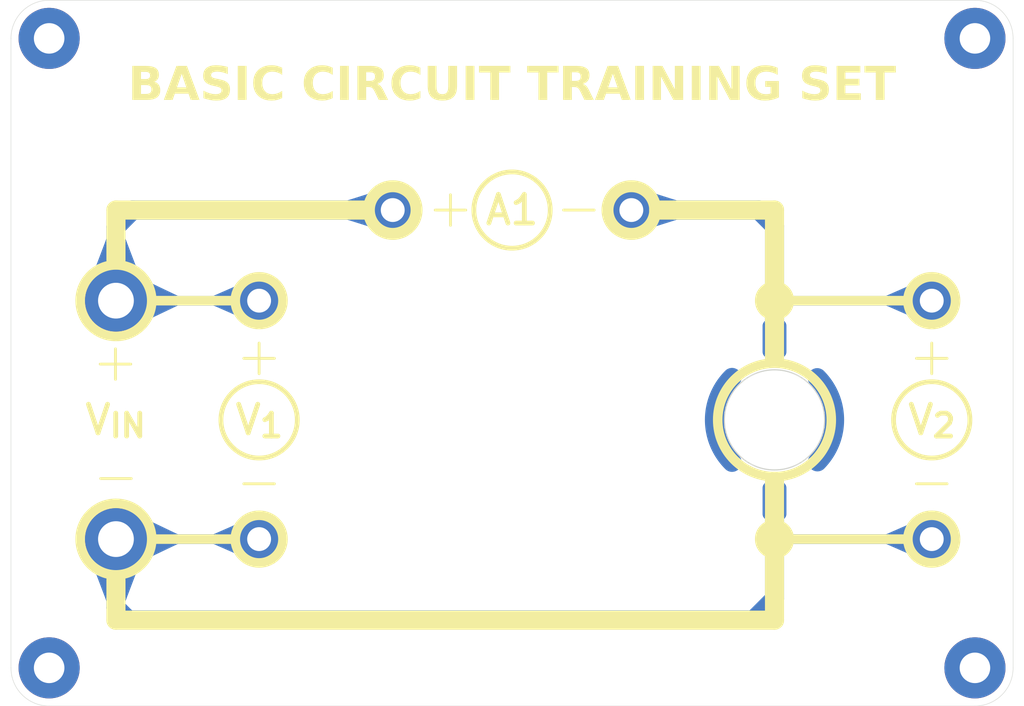
<source format=kicad_pcb>
(kicad_pcb (version 20240108) (generator "pcbnew") (generator_version "8.0")
  (layers (0 "F.Cu" signal) (31 "B.Cu" signal) (34 "B.Paste" user) (35 "F.Paste" user) (36 "B.SilkS" user "B.Silkscreen") (37 "F.SilkS" user "F.Silkscreen") (38 "B.Mask" user) (39 "F.Mask" user) (44 "Edge.Cuts" user))
  (net 0 "")
  (net 1 "Net-(A1-+)")
  (net 2 "Net-(A1--)")
  (net 3 "Net-(LA1--)")
  (footprint "Library:MountingHole_3.2mm_M3_Pad" (layer "F.Cu") (at 201 54)
    (property "Reference" "H2")
    (property "Value" "MountingHole")
    (pad "1" thru_hole circle (at 0 0) (size 6.4 6.4) (drill 3.2) (layers "*.Cu" "*.Mask"))
  )
  (footprint "Library:MountingHole_3.2mm_M3_Pad" (layer "F.Cu") (at 104 120)
    (property "Reference" "H3")
    (property "Value" "MountingHole")
    (pad "1" thru_hole circle (at 0 0) (size 6.4 6.4) (drill 3.2) (layers "*.Cu" "*.Mask"))
  )
  (footprint "Library:MountingHole_3.2mm_M3_Pad" (layer "F.Cu") (at 201 120)
    (property "Reference" "H1")
    (property "Value" "MountingHole")
    (pad "1" thru_hole circle (at 0 0) (size 6.4 6.4) (drill 3.2) (layers "*.Cu" "*.Mask"))
  )
  (footprint "Library:Lamp_12V" (layer "F.Cu") (at 180 94)
    (property "Reference" "LA1" (hide yes))
    (property "Value" "Lamp")
    (fp_arc (start -4.449999 4.449999) (mid -6.29325 0) (end -4.449999 -4.449999) (stroke (width 2)) (layer "B.Cu"))
    (fp_arc (start 4.475637 -4.424779) (mid 6.293623 -0.017375) (end 4.5 4.4) (stroke (width 2)) (layer "B.Cu"))
    (fp_circle (center 0 0) (end 5.95 0) (stroke (width 1)) (fill none) (layer "F.SilkS"))
    (fp_circle (center 0 0) (end 5.25 0) (stroke (width 0.12)) (fill none) (layer "Edge.Cuts"))
    (pad "1" smd roundrect (at 0 8.5 180) (size 2.5 4) (layers "B.Cu" "B.Paste" "B.Mask") (net 3 "Net-(LA1--)"))
    (pad "2" smd roundrect (at 0 -8.5 180) (size 2.5 4) (layers "B.Cu" "B.Paste" "B.Mask") (net 2 "Net-(A1--)"))
  )
  (footprint "Library:Volt meter vertical" (layer "F.Cu") (at 126 94)
    (property "Reference" "MES1")
    (property "Value" "V_{1}" (at 0 0 0) (layer "F.SilkS") (effects (font (size 3 3) (thickness 0.5))))
    (fp_line (start -1.6 -6.45) (end 1.6 -6.45) (stroke (width 0.3)) (layer "F.SilkS"))
    (fp_line (start -1.6 6.7) (end 1.6 6.7) (stroke (width 0.3)) (layer "F.SilkS"))
    (fp_line (start 0 -4.85) (end 0 -8.05) (stroke (width 0.3)) (layer "F.SilkS"))
    (fp_circle (center 0 -12.5) (end -2.5 -12.5) (stroke (width 1)) (fill none) (layer "F.SilkS"))
    (fp_circle (center 0 0) (end 4 0) (stroke (width 0.5)) (fill none) (layer "F.SilkS"))
    (fp_circle (center 0 12.5) (end -2.5 12.5) (stroke (width 1)) (fill none) (layer "F.SilkS"))
    (pad "1" thru_hole circle (at 0 12.5 180) (size 4.8 4.8) (drill 2.5) (layers "*.Cu" "*.Mask") (net 3 "Net-(LA1--)"))
    (pad "2" thru_hole circle (at 0 -12.5 180) (size 4.8 4.8) (drill 2.5) (layers "*.Cu" "*.Mask") (net 1 "Net-(A1-+)"))
  )
  (footprint "Library:Volt meter vertical" (layer "F.Cu") (at 196.475 94)
    (property "Reference" "MES2")
    (property "Value" "V_{2}" (at 0 0 0) (layer "F.SilkS") (effects (font (size 3 3) (thickness 0.5))))
    (fp_line (start -1.6 -6.45) (end 1.6 -6.45) (stroke (width 0.3)) (layer "F.SilkS"))
    (fp_line (start -1.6 6.7) (end 1.6 6.7) (stroke (width 0.3)) (layer "F.SilkS"))
    (fp_line (start 0 -4.85) (end 0 -8.05) (stroke (width 0.3)) (layer "F.SilkS"))
    (fp_circle (center 0 -12.5) (end -2.5 -12.5) (stroke (width 1)) (fill none) (layer "F.SilkS"))
    (fp_circle (center 0 0) (end 4 0) (stroke (width 0.5)) (fill none) (layer "F.SilkS"))
    (fp_circle (center 0 12.5) (end -2.5 12.5) (stroke (width 1)) (fill none) (layer "F.SilkS"))
    (pad "1" thru_hole circle (at 0 12.5 180) (size 4.8 4.8) (drill 2.5) (layers "*.Cu" "*.Mask") (net 3 "Net-(LA1--)"))
    (pad "2" thru_hole circle (at 0 -12.5 180) (size 4.8 4.8) (drill 2.5) (layers "*.Cu" "*.Mask") (net 2 "Net-(A1--)"))
  )
  (footprint "Library:Ammeter horizontal" (layer "F.Cu") (at 152.5 72)
    (property "Reference" "A1" (at 0 0 0) (layer "F.SilkS") (effects (font (size 3 3) (thickness 0.5))))
    (property "Value" "A_{1}" (hide yes))
    (fp_line (start -6.45 1.6) (end -6.45 -1.6) (stroke (width 0.3)) (layer "F.SilkS"))
    (fp_line (start -4.85 0) (end -8.05 0) (stroke (width 0.3)) (layer "F.SilkS"))
    (fp_line (start 8.6 0) (end 5.4 0) (stroke (width 0.3)) (layer "F.SilkS"))
    (fp_circle (center -12.5 0) (end -12.5 2.5) (stroke (width 1.25)) (fill none) (layer "F.SilkS"))
    (fp_circle (center 0 0) (end 4 0) (stroke (width 0.5)) (fill none) (layer "F.SilkS"))
    (fp_circle (center 12.5 0) (end 12.5 2.5) (stroke (width 1.25)) (fill none) (layer "F.SilkS"))
    (pad "1" thru_hole circle (at 12.5 0 270) (size 4.8 4.8) (drill 2.5) (layers "*.Cu" "*.Mask") (net 2 "Net-(A1--)"))
    (pad "2" thru_hole circle (at -12.5 0 270) (size 4.8 4.8) (drill 2.5) (layers "*.Cu" "*.Mask") (net 1 "Net-(A1-+)"))
  )
  (footprint "Library:DC Power Supply Vertical" (layer "F.Cu") (at 111 94)
    (property "Reference" "V1" (hide yes))
    (property "Value" "V_{IN}" (at -0.05 0 0) (layer "F.SilkS") (effects (font (size 3 3) (thickness 0.5))))
    (fp_line (start -1.65 -5.85) (end 1.55 -5.85) (stroke (width 0.3)) (layer "F.SilkS"))
    (fp_line (start -1.6 6.15) (end 1.6 6.15) (stroke (width 0.3)) (layer "F.SilkS"))
    (fp_line (start -0.05 -4.25) (end -0.05 -7.45) (stroke (width 0.3)) (layer "F.SilkS"))
    (fp_circle (center 0 -12.5) (end 3.75 -12.5) (stroke (width 1)) (fill none) (layer "F.SilkS"))
    (fp_circle (center 0 12.5) (end 3.75 12.5) (stroke (width 1)) (fill none) (layer "F.SilkS"))
    (pad "1" thru_hole circle (at 0 -12.5) (size 6.5 6.5) (drill 3.75) (layers "*.Cu" "*.Mask") (net 1 "Net-(A1-+)"))
    (pad "2" thru_hole circle (at 0 12.5) (size 6.5 6.5) (drill 3.75) (layers "*.Cu" "*.Mask") (net 3 "Net-(LA1--)"))
  )
  (footprint "Library:MountingHole_3.2mm_M3_Pad" (layer "F.Cu") (at 104 54)
    (property "Reference" "H4")
    (property "Value" "MountingHole")
    (pad "1" thru_hole circle (at 0 0) (size 6.4 6.4) (drill 3.2) (layers "*.Cu" "*.Mask"))
  )
  (gr_line (start 111 72) (end 111 77.225) (stroke (width 2)) (layer "F.SilkS"))
  (gr_line (start 111 115) (end 180 115) (stroke (width 2)) (layer "F.SilkS"))
  (gr_line (start 114.875 81.5) (end 123.075 81.5) (stroke (width 1)) (layer "F.SilkS"))
  (gr_line (start 137.05 72) (end 111 72) (stroke (width 2)) (layer "F.SilkS"))
  (gr_line (start 179.925 106.5) (end 193.575 106.5) (stroke (width 1)) (layer "F.SilkS"))
  (gr_line (start 179.95 81.5) (end 193.6 81.5) (stroke (width 1)) (layer "F.SilkS"))
  (gr_line (start 114.875 106.5) (end 123.075 106.5) (stroke (width 1)) (layer "F.SilkS"))
  (gr_line (start 180 72) (end 180 87.5) (stroke (width 2)) (layer "F.SilkS"))
  (gr_line (start 167.875 72) (end 180 72) (stroke (width 2)) (layer "F.SilkS"))
  (gr_line (start 111 110.8) (end 111 115) (stroke (width 2)) (layer "F.SilkS"))
  (gr_circle (center 180 81.5) (end 182 81.5) (stroke (width 0.1)) (fill solid) (layer "F.SilkS"))
  (gr_circle (center 180 106.5) (end 182 106.5) (stroke (width 0.1)) (fill solid) (layer "F.SilkS"))
  (gr_line (start 180 115) (end 180 100.45) (stroke (width 2)) (layer "F.SilkS"))
  (gr_arc (start 104 124) (mid 101.171573 122.828427) (end 100 120) (stroke (width 0.05)) (layer "Edge.Cuts"))
  (gr_arc (start 201 50) (mid 203.828427 51.171573) (end 205 54) (stroke (width 0.05)) (layer "Edge.Cuts"))
  (gr_line (start 205 54) (end 205 120) (stroke (width 0.05)) (layer "Edge.Cuts"))
  (gr_line (start 100 120) (end 100 54) (stroke (width 0.05)) (layer "Edge.Cuts"))
  (gr_arc (start 100 54) (mid 101.171573 51.171573) (end 104 50) (stroke (width 0.05)) (layer "Edge.Cuts"))
  (gr_line (start 201 124) (end 104 124) (stroke (width 0.05)) (layer "Edge.Cuts"))
  (gr_line (start 104 50) (end 201 50) (stroke (width 0.05)) (layer "Edge.Cuts"))
  (gr_arc (start 205 120) (mid 203.828427 122.828427) (end 201 124) (stroke (width 0.05)) (layer "Edge.Cuts"))
  (gr_text "BASIC CIRCUIT TRAINING SET" (at 152.5 59 0) (layer "F.SilkS") (effects (font (size 3.5 3.5) (thickness 0.5) (bold yes))))
  (segment (start 111 81.5) (end 111 73.75) (width 2) (layer "B.Cu") (net 1))
  (segment (start 111 73.75) (end 112.75 72) (width 2) (layer "B.Cu") (net 1))
  (segment (start 112.75 72) (end 140 72) (width 2) (layer "B.Cu") (net 1))
  (segment (start 126 81.5) (end 111 81.5) (width 1) (layer "B.Cu") (net 1))
  (segment (start 165 72) (end 178.35 72) (width 2) (layer "B.Cu") (net 2))
  (segment (start 180 81.575) (end 180 85.5) (width 2) (layer "B.Cu") (net 2))
  (segment (start 180 73.65) (end 180 81.575) (width 2) (layer "B.Cu") (net 2))
  (segment (start 180.075 81.5) (end 180 81.575) (width 1) (layer "B.Cu") (net 2))
  (segment (start 178.35 72) (end 180 73.65) (width 2) (layer "B.Cu") (net 2))
  (segment (start 196.475 81.5) (end 180.075 81.5) (width 1) (layer "B.Cu") (net 2))
  (segment (start 180 112.775) (end 177.8 114.975) (width 2) (layer "B.Cu") (net 3))
  (segment (start 177.8 114.975) (end 112.225 114.975) (width 2) (layer "B.Cu") (net 3))
  (segment (start 112.225 114.925) (end 111 113.7) (width 2) (layer "B.Cu") (net 3))
  (segment (start 196.475 106.5) (end 180.05 106.5) (width 1) (layer "B.Cu") (net 3))
  (segment (start 180.05 106.5) (end 180 106.55) (width 1) (layer "B.Cu") (net 3))
  (segment (start 180 102.5) (end 180 106.55) (width 2) (layer "B.Cu") (net 3))
  (segment (start 126 106.5) (end 111 106.5) (width 1) (layer "B.Cu") (net 3))
  (segment (start 180 106.55) (end 180 112.775) (width 2) (layer "B.Cu") (net 3))
  (segment (start 111 113.7) (end 111 106.5) (width 2) (layer "B.Cu") (net 3))
)
</source>
